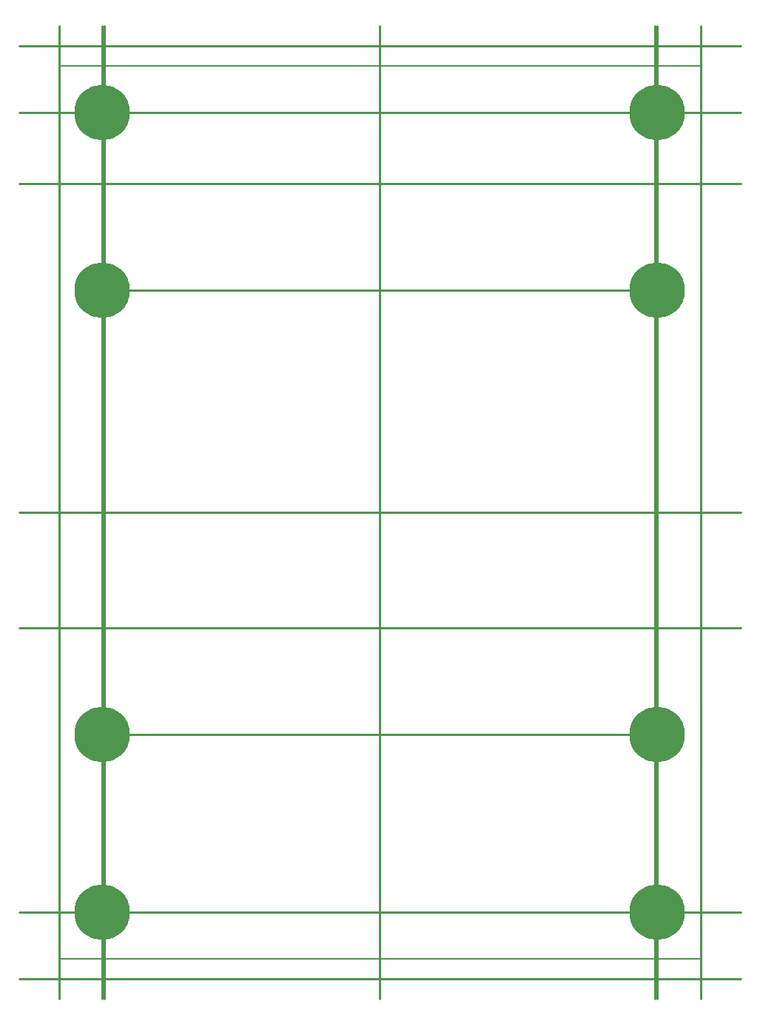
<source format=gbr>
G04 start of page 4 for group 2 idx 2 *
G04 Title: (unknown), GND *
G04 Creator: pcb 20110918 *
G04 CreationDate: Wed Oct  9 19:39:00 2013 UTC *
G04 For: fosse *
G04 Format: Gerber/RS-274X *
G04 PCB-Dimensions: 600000 500000 *
G04 PCB-Coordinate-Origin: lower left *
%MOIN*%
%FSLAX25Y25*%
%LNGROUP2*%
%ADD20C,0.1090*%
%ADD19C,0.2500*%
%ADD18C,0.0060*%
%ADD17C,0.0100*%
G54D17*X103500Y445000D02*Y7000D01*
X83000D02*Y445000D01*
X102500Y7000D02*Y445000D01*
X227500D02*Y7000D01*
X351500Y445000D02*Y7000D01*
X65000Y406000D02*X390000D01*
G54D18*X83000Y427000D02*X372000D01*
X83000Y25000D02*X372000D01*
G54D17*X390000Y46000D02*X65000D01*
X390000Y174000D02*X65000D01*
X103500Y126000D02*X351500D01*
X65000Y226000D02*X390000D01*
Y16000D02*X65000D01*
X372000Y445000D02*Y7000D01*
X390000Y374000D02*X65000D01*
X103500Y326000D02*X351500D01*
X65000Y436000D02*X390000D01*
X352500Y445000D02*Y7000D01*
G54D19*Y46000D03*
X102500Y406000D03*
Y46000D03*
Y326000D03*
Y126000D03*
X352500Y406000D03*
Y326000D03*
Y126000D03*
G54D20*M02*

</source>
